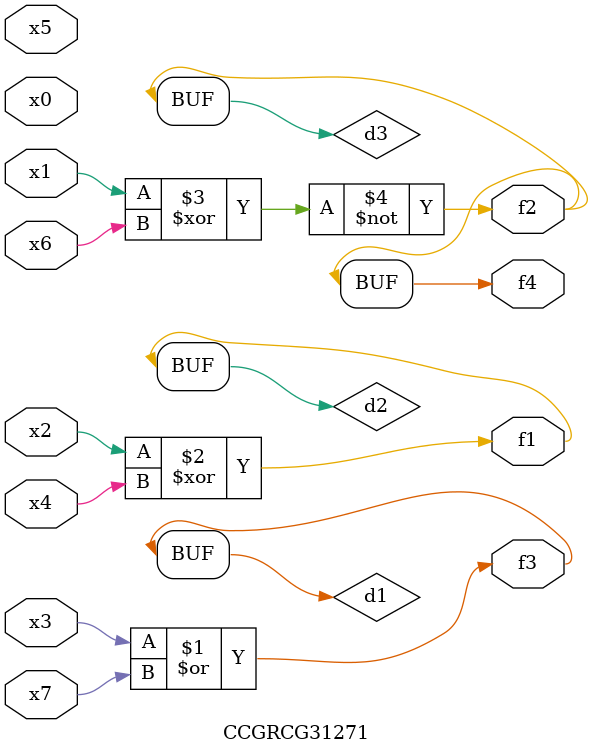
<source format=v>
module CCGRCG31271(
	input x0, x1, x2, x3, x4, x5, x6, x7,
	output f1, f2, f3, f4
);

	wire d1, d2, d3;

	or (d1, x3, x7);
	xor (d2, x2, x4);
	xnor (d3, x1, x6);
	assign f1 = d2;
	assign f2 = d3;
	assign f3 = d1;
	assign f4 = d3;
endmodule

</source>
